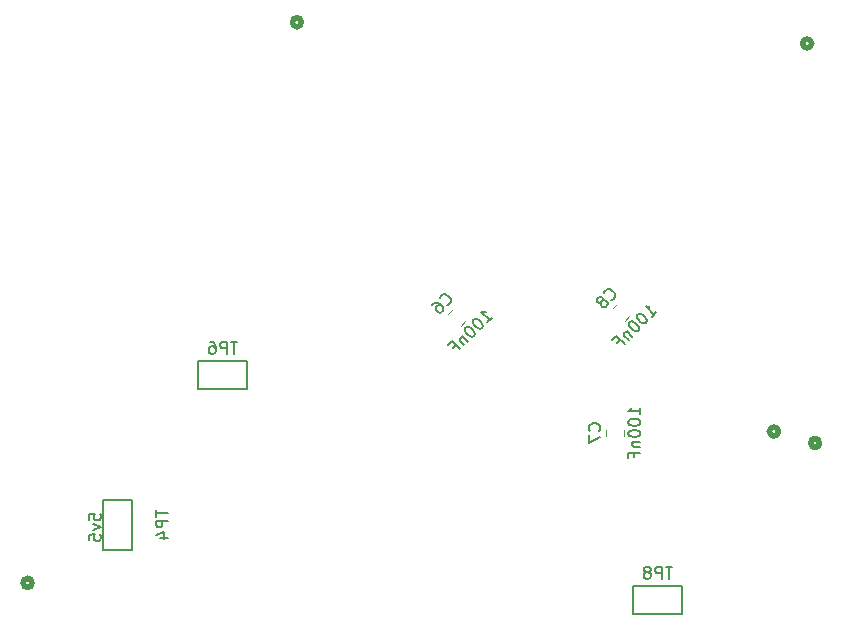
<source format=gbr>
%TF.GenerationSoftware,KiCad,Pcbnew,8.0.8-8.0.8-0~ubuntu24.04.1*%
%TF.CreationDate,2025-08-07T16:45:34-04:00*%
%TF.ProjectId,mainboard,6d61696e-626f-4617-9264-2e6b69636164,rev?*%
%TF.SameCoordinates,Original*%
%TF.FileFunction,Legend,Bot*%
%TF.FilePolarity,Positive*%
%FSLAX46Y46*%
G04 Gerber Fmt 4.6, Leading zero omitted, Abs format (unit mm)*
G04 Created by KiCad (PCBNEW 8.0.8-8.0.8-0~ubuntu24.04.1) date 2025-08-07 16:45:34*
%MOMM*%
%LPD*%
G01*
G04 APERTURE LIST*
%ADD10C,0.200000*%
%ADD11C,0.150000*%
%ADD12C,0.508000*%
%ADD13C,0.120000*%
G04 APERTURE END LIST*
D10*
X71257219Y-73235863D02*
X71257219Y-72759673D01*
X71257219Y-72759673D02*
X71733409Y-72712054D01*
X71733409Y-72712054D02*
X71685790Y-72759673D01*
X71685790Y-72759673D02*
X71638171Y-72854911D01*
X71638171Y-72854911D02*
X71638171Y-73093006D01*
X71638171Y-73093006D02*
X71685790Y-73188244D01*
X71685790Y-73188244D02*
X71733409Y-73235863D01*
X71733409Y-73235863D02*
X71828647Y-73283482D01*
X71828647Y-73283482D02*
X72066742Y-73283482D01*
X72066742Y-73283482D02*
X72161980Y-73235863D01*
X72161980Y-73235863D02*
X72209600Y-73188244D01*
X72209600Y-73188244D02*
X72257219Y-73093006D01*
X72257219Y-73093006D02*
X72257219Y-72854911D01*
X72257219Y-72854911D02*
X72209600Y-72759673D01*
X72209600Y-72759673D02*
X72161980Y-72712054D01*
X71590552Y-73616816D02*
X72257219Y-73854911D01*
X72257219Y-73854911D02*
X71590552Y-74093006D01*
X71257219Y-74950149D02*
X71257219Y-74473959D01*
X71257219Y-74473959D02*
X71733409Y-74426340D01*
X71733409Y-74426340D02*
X71685790Y-74473959D01*
X71685790Y-74473959D02*
X71638171Y-74569197D01*
X71638171Y-74569197D02*
X71638171Y-74807292D01*
X71638171Y-74807292D02*
X71685790Y-74902530D01*
X71685790Y-74902530D02*
X71733409Y-74950149D01*
X71733409Y-74950149D02*
X71828647Y-74997768D01*
X71828647Y-74997768D02*
X72066742Y-74997768D01*
X72066742Y-74997768D02*
X72161980Y-74950149D01*
X72161980Y-74950149D02*
X72209600Y-74902530D01*
X72209600Y-74902530D02*
X72257219Y-74807292D01*
X72257219Y-74807292D02*
X72257219Y-74569197D01*
X72257219Y-74569197D02*
X72209600Y-74473959D01*
X72209600Y-74473959D02*
X72161980Y-74426340D01*
X120641904Y-77212219D02*
X120070476Y-77212219D01*
X120356190Y-78212219D02*
X120356190Y-77212219D01*
X119737142Y-78212219D02*
X119737142Y-77212219D01*
X119737142Y-77212219D02*
X119356190Y-77212219D01*
X119356190Y-77212219D02*
X119260952Y-77259838D01*
X119260952Y-77259838D02*
X119213333Y-77307457D01*
X119213333Y-77307457D02*
X119165714Y-77402695D01*
X119165714Y-77402695D02*
X119165714Y-77545552D01*
X119165714Y-77545552D02*
X119213333Y-77640790D01*
X119213333Y-77640790D02*
X119260952Y-77688409D01*
X119260952Y-77688409D02*
X119356190Y-77736028D01*
X119356190Y-77736028D02*
X119737142Y-77736028D01*
X118594285Y-77640790D02*
X118689523Y-77593171D01*
X118689523Y-77593171D02*
X118737142Y-77545552D01*
X118737142Y-77545552D02*
X118784761Y-77450314D01*
X118784761Y-77450314D02*
X118784761Y-77402695D01*
X118784761Y-77402695D02*
X118737142Y-77307457D01*
X118737142Y-77307457D02*
X118689523Y-77259838D01*
X118689523Y-77259838D02*
X118594285Y-77212219D01*
X118594285Y-77212219D02*
X118403809Y-77212219D01*
X118403809Y-77212219D02*
X118308571Y-77259838D01*
X118308571Y-77259838D02*
X118260952Y-77307457D01*
X118260952Y-77307457D02*
X118213333Y-77402695D01*
X118213333Y-77402695D02*
X118213333Y-77450314D01*
X118213333Y-77450314D02*
X118260952Y-77545552D01*
X118260952Y-77545552D02*
X118308571Y-77593171D01*
X118308571Y-77593171D02*
X118403809Y-77640790D01*
X118403809Y-77640790D02*
X118594285Y-77640790D01*
X118594285Y-77640790D02*
X118689523Y-77688409D01*
X118689523Y-77688409D02*
X118737142Y-77736028D01*
X118737142Y-77736028D02*
X118784761Y-77831266D01*
X118784761Y-77831266D02*
X118784761Y-78021742D01*
X118784761Y-78021742D02*
X118737142Y-78116980D01*
X118737142Y-78116980D02*
X118689523Y-78164600D01*
X118689523Y-78164600D02*
X118594285Y-78212219D01*
X118594285Y-78212219D02*
X118403809Y-78212219D01*
X118403809Y-78212219D02*
X118308571Y-78164600D01*
X118308571Y-78164600D02*
X118260952Y-78116980D01*
X118260952Y-78116980D02*
X118213333Y-78021742D01*
X118213333Y-78021742D02*
X118213333Y-77831266D01*
X118213333Y-77831266D02*
X118260952Y-77736028D01*
X118260952Y-77736028D02*
X118308571Y-77688409D01*
X118308571Y-77688409D02*
X118403809Y-77640790D01*
X83811904Y-58162219D02*
X83240476Y-58162219D01*
X83526190Y-59162219D02*
X83526190Y-58162219D01*
X82907142Y-59162219D02*
X82907142Y-58162219D01*
X82907142Y-58162219D02*
X82526190Y-58162219D01*
X82526190Y-58162219D02*
X82430952Y-58209838D01*
X82430952Y-58209838D02*
X82383333Y-58257457D01*
X82383333Y-58257457D02*
X82335714Y-58352695D01*
X82335714Y-58352695D02*
X82335714Y-58495552D01*
X82335714Y-58495552D02*
X82383333Y-58590790D01*
X82383333Y-58590790D02*
X82430952Y-58638409D01*
X82430952Y-58638409D02*
X82526190Y-58686028D01*
X82526190Y-58686028D02*
X82907142Y-58686028D01*
X81478571Y-58162219D02*
X81669047Y-58162219D01*
X81669047Y-58162219D02*
X81764285Y-58209838D01*
X81764285Y-58209838D02*
X81811904Y-58257457D01*
X81811904Y-58257457D02*
X81907142Y-58400314D01*
X81907142Y-58400314D02*
X81954761Y-58590790D01*
X81954761Y-58590790D02*
X81954761Y-58971742D01*
X81954761Y-58971742D02*
X81907142Y-59066980D01*
X81907142Y-59066980D02*
X81859523Y-59114600D01*
X81859523Y-59114600D02*
X81764285Y-59162219D01*
X81764285Y-59162219D02*
X81573809Y-59162219D01*
X81573809Y-59162219D02*
X81478571Y-59114600D01*
X81478571Y-59114600D02*
X81430952Y-59066980D01*
X81430952Y-59066980D02*
X81383333Y-58971742D01*
X81383333Y-58971742D02*
X81383333Y-58733647D01*
X81383333Y-58733647D02*
X81430952Y-58638409D01*
X81430952Y-58638409D02*
X81478571Y-58590790D01*
X81478571Y-58590790D02*
X81573809Y-58543171D01*
X81573809Y-58543171D02*
X81764285Y-58543171D01*
X81764285Y-58543171D02*
X81859523Y-58590790D01*
X81859523Y-58590790D02*
X81907142Y-58638409D01*
X81907142Y-58638409D02*
X81954761Y-58733647D01*
X76922219Y-72398095D02*
X76922219Y-72969523D01*
X77922219Y-72683809D02*
X76922219Y-72683809D01*
X77922219Y-73302857D02*
X76922219Y-73302857D01*
X76922219Y-73302857D02*
X76922219Y-73683809D01*
X76922219Y-73683809D02*
X76969838Y-73779047D01*
X76969838Y-73779047D02*
X77017457Y-73826666D01*
X77017457Y-73826666D02*
X77112695Y-73874285D01*
X77112695Y-73874285D02*
X77255552Y-73874285D01*
X77255552Y-73874285D02*
X77350790Y-73826666D01*
X77350790Y-73826666D02*
X77398409Y-73779047D01*
X77398409Y-73779047D02*
X77446028Y-73683809D01*
X77446028Y-73683809D02*
X77446028Y-73302857D01*
X77255552Y-74731428D02*
X77922219Y-74731428D01*
X76874600Y-74493333D02*
X77588885Y-74255238D01*
X77588885Y-74255238D02*
X77588885Y-74874285D01*
X115457335Y-54596633D02*
X115524678Y-54596633D01*
X115524678Y-54596633D02*
X115659365Y-54529290D01*
X115659365Y-54529290D02*
X115726709Y-54461946D01*
X115726709Y-54461946D02*
X115794052Y-54327259D01*
X115794052Y-54327259D02*
X115794052Y-54192572D01*
X115794052Y-54192572D02*
X115760381Y-54091557D01*
X115760381Y-54091557D02*
X115659365Y-53923198D01*
X115659365Y-53923198D02*
X115558350Y-53822183D01*
X115558350Y-53822183D02*
X115389991Y-53721168D01*
X115389991Y-53721168D02*
X115288976Y-53687496D01*
X115288976Y-53687496D02*
X115154289Y-53687496D01*
X115154289Y-53687496D02*
X115019602Y-53754840D01*
X115019602Y-53754840D02*
X114952259Y-53822183D01*
X114952259Y-53822183D02*
X114884915Y-53956870D01*
X114884915Y-53956870D02*
X114884915Y-54024214D01*
X114716556Y-54663977D02*
X114750228Y-54562962D01*
X114750228Y-54562962D02*
X114750228Y-54495618D01*
X114750228Y-54495618D02*
X114716556Y-54394603D01*
X114716556Y-54394603D02*
X114682885Y-54360931D01*
X114682885Y-54360931D02*
X114581869Y-54327259D01*
X114581869Y-54327259D02*
X114514526Y-54327259D01*
X114514526Y-54327259D02*
X114413511Y-54360931D01*
X114413511Y-54360931D02*
X114278824Y-54495618D01*
X114278824Y-54495618D02*
X114245152Y-54596633D01*
X114245152Y-54596633D02*
X114245152Y-54663977D01*
X114245152Y-54663977D02*
X114278824Y-54764992D01*
X114278824Y-54764992D02*
X114312495Y-54798664D01*
X114312495Y-54798664D02*
X114413511Y-54832336D01*
X114413511Y-54832336D02*
X114480854Y-54832336D01*
X114480854Y-54832336D02*
X114581869Y-54798664D01*
X114581869Y-54798664D02*
X114716556Y-54663977D01*
X114716556Y-54663977D02*
X114817572Y-54630305D01*
X114817572Y-54630305D02*
X114884915Y-54630305D01*
X114884915Y-54630305D02*
X114985930Y-54663977D01*
X114985930Y-54663977D02*
X115120617Y-54798664D01*
X115120617Y-54798664D02*
X115154289Y-54899679D01*
X115154289Y-54899679D02*
X115154289Y-54967023D01*
X115154289Y-54967023D02*
X115120617Y-55068038D01*
X115120617Y-55068038D02*
X114985930Y-55202725D01*
X114985930Y-55202725D02*
X114884915Y-55236397D01*
X114884915Y-55236397D02*
X114817572Y-55236397D01*
X114817572Y-55236397D02*
X114716556Y-55202725D01*
X114716556Y-55202725D02*
X114581869Y-55068038D01*
X114581869Y-55068038D02*
X114548198Y-54967023D01*
X114548198Y-54967023D02*
X114548198Y-54899679D01*
X114548198Y-54899679D02*
X114581869Y-54798664D01*
X118877038Y-56063374D02*
X119281099Y-55659313D01*
X119079068Y-55861343D02*
X118371961Y-55154236D01*
X118371961Y-55154236D02*
X118540320Y-55187908D01*
X118540320Y-55187908D02*
X118675007Y-55187908D01*
X118675007Y-55187908D02*
X118776022Y-55154236D01*
X117732198Y-55794000D02*
X117664855Y-55861343D01*
X117664855Y-55861343D02*
X117631183Y-55962358D01*
X117631183Y-55962358D02*
X117631183Y-56029702D01*
X117631183Y-56029702D02*
X117664855Y-56130717D01*
X117664855Y-56130717D02*
X117765870Y-56299076D01*
X117765870Y-56299076D02*
X117934229Y-56467435D01*
X117934229Y-56467435D02*
X118102587Y-56568450D01*
X118102587Y-56568450D02*
X118203603Y-56602122D01*
X118203603Y-56602122D02*
X118270946Y-56602122D01*
X118270946Y-56602122D02*
X118371961Y-56568450D01*
X118371961Y-56568450D02*
X118439305Y-56501106D01*
X118439305Y-56501106D02*
X118472977Y-56400091D01*
X118472977Y-56400091D02*
X118472977Y-56332748D01*
X118472977Y-56332748D02*
X118439305Y-56231732D01*
X118439305Y-56231732D02*
X118338290Y-56063374D01*
X118338290Y-56063374D02*
X118169931Y-55895015D01*
X118169931Y-55895015D02*
X118001572Y-55794000D01*
X118001572Y-55794000D02*
X117900557Y-55760328D01*
X117900557Y-55760328D02*
X117833213Y-55760328D01*
X117833213Y-55760328D02*
X117732198Y-55794000D01*
X117058763Y-56467435D02*
X116991420Y-56534778D01*
X116991420Y-56534778D02*
X116957748Y-56635793D01*
X116957748Y-56635793D02*
X116957748Y-56703137D01*
X116957748Y-56703137D02*
X116991420Y-56804152D01*
X116991420Y-56804152D02*
X117092435Y-56972511D01*
X117092435Y-56972511D02*
X117260794Y-57140870D01*
X117260794Y-57140870D02*
X117429152Y-57241885D01*
X117429152Y-57241885D02*
X117530168Y-57275557D01*
X117530168Y-57275557D02*
X117597511Y-57275557D01*
X117597511Y-57275557D02*
X117698526Y-57241885D01*
X117698526Y-57241885D02*
X117765870Y-57174541D01*
X117765870Y-57174541D02*
X117799542Y-57073526D01*
X117799542Y-57073526D02*
X117799542Y-57006183D01*
X117799542Y-57006183D02*
X117765870Y-56905167D01*
X117765870Y-56905167D02*
X117664855Y-56736809D01*
X117664855Y-56736809D02*
X117496496Y-56568450D01*
X117496496Y-56568450D02*
X117328137Y-56467435D01*
X117328137Y-56467435D02*
X117227122Y-56433763D01*
X117227122Y-56433763D02*
X117159778Y-56433763D01*
X117159778Y-56433763D02*
X117058763Y-56467435D01*
X116755717Y-57241885D02*
X117227122Y-57713290D01*
X116823061Y-57309229D02*
X116755717Y-57309229D01*
X116755717Y-57309229D02*
X116654702Y-57342900D01*
X116654702Y-57342900D02*
X116553687Y-57443916D01*
X116553687Y-57443916D02*
X116520015Y-57544931D01*
X116520015Y-57544931D02*
X116553687Y-57645946D01*
X116553687Y-57645946D02*
X116924076Y-58016335D01*
X115981267Y-58218366D02*
X116216969Y-57982664D01*
X116587358Y-58353053D02*
X115880252Y-57645946D01*
X115880252Y-57645946D02*
X115543534Y-57982664D01*
X101557335Y-55046633D02*
X101624678Y-55046633D01*
X101624678Y-55046633D02*
X101759365Y-54979290D01*
X101759365Y-54979290D02*
X101826709Y-54911946D01*
X101826709Y-54911946D02*
X101894052Y-54777259D01*
X101894052Y-54777259D02*
X101894052Y-54642572D01*
X101894052Y-54642572D02*
X101860381Y-54541557D01*
X101860381Y-54541557D02*
X101759365Y-54373198D01*
X101759365Y-54373198D02*
X101658350Y-54272183D01*
X101658350Y-54272183D02*
X101489991Y-54171168D01*
X101489991Y-54171168D02*
X101388976Y-54137496D01*
X101388976Y-54137496D02*
X101254289Y-54137496D01*
X101254289Y-54137496D02*
X101119602Y-54204840D01*
X101119602Y-54204840D02*
X101052259Y-54272183D01*
X101052259Y-54272183D02*
X100984915Y-54406870D01*
X100984915Y-54406870D02*
X100984915Y-54474214D01*
X100311480Y-55012962D02*
X100446167Y-54878275D01*
X100446167Y-54878275D02*
X100547182Y-54844603D01*
X100547182Y-54844603D02*
X100614526Y-54844603D01*
X100614526Y-54844603D02*
X100782885Y-54878275D01*
X100782885Y-54878275D02*
X100951243Y-54979290D01*
X100951243Y-54979290D02*
X101220617Y-55248664D01*
X101220617Y-55248664D02*
X101254289Y-55349679D01*
X101254289Y-55349679D02*
X101254289Y-55417023D01*
X101254289Y-55417023D02*
X101220617Y-55518038D01*
X101220617Y-55518038D02*
X101085930Y-55652725D01*
X101085930Y-55652725D02*
X100984915Y-55686397D01*
X100984915Y-55686397D02*
X100917572Y-55686397D01*
X100917572Y-55686397D02*
X100816556Y-55652725D01*
X100816556Y-55652725D02*
X100648198Y-55484366D01*
X100648198Y-55484366D02*
X100614526Y-55383351D01*
X100614526Y-55383351D02*
X100614526Y-55316007D01*
X100614526Y-55316007D02*
X100648198Y-55214992D01*
X100648198Y-55214992D02*
X100782885Y-55080305D01*
X100782885Y-55080305D02*
X100883900Y-55046633D01*
X100883900Y-55046633D02*
X100951243Y-55046633D01*
X100951243Y-55046633D02*
X101052259Y-55080305D01*
X104977038Y-56513374D02*
X105381099Y-56109313D01*
X105179068Y-56311343D02*
X104471961Y-55604236D01*
X104471961Y-55604236D02*
X104640320Y-55637908D01*
X104640320Y-55637908D02*
X104775007Y-55637908D01*
X104775007Y-55637908D02*
X104876022Y-55604236D01*
X103832198Y-56244000D02*
X103764855Y-56311343D01*
X103764855Y-56311343D02*
X103731183Y-56412358D01*
X103731183Y-56412358D02*
X103731183Y-56479702D01*
X103731183Y-56479702D02*
X103764855Y-56580717D01*
X103764855Y-56580717D02*
X103865870Y-56749076D01*
X103865870Y-56749076D02*
X104034229Y-56917435D01*
X104034229Y-56917435D02*
X104202587Y-57018450D01*
X104202587Y-57018450D02*
X104303603Y-57052122D01*
X104303603Y-57052122D02*
X104370946Y-57052122D01*
X104370946Y-57052122D02*
X104471961Y-57018450D01*
X104471961Y-57018450D02*
X104539305Y-56951106D01*
X104539305Y-56951106D02*
X104572977Y-56850091D01*
X104572977Y-56850091D02*
X104572977Y-56782748D01*
X104572977Y-56782748D02*
X104539305Y-56681732D01*
X104539305Y-56681732D02*
X104438290Y-56513374D01*
X104438290Y-56513374D02*
X104269931Y-56345015D01*
X104269931Y-56345015D02*
X104101572Y-56244000D01*
X104101572Y-56244000D02*
X104000557Y-56210328D01*
X104000557Y-56210328D02*
X103933213Y-56210328D01*
X103933213Y-56210328D02*
X103832198Y-56244000D01*
X103158763Y-56917435D02*
X103091420Y-56984778D01*
X103091420Y-56984778D02*
X103057748Y-57085793D01*
X103057748Y-57085793D02*
X103057748Y-57153137D01*
X103057748Y-57153137D02*
X103091420Y-57254152D01*
X103091420Y-57254152D02*
X103192435Y-57422511D01*
X103192435Y-57422511D02*
X103360794Y-57590870D01*
X103360794Y-57590870D02*
X103529152Y-57691885D01*
X103529152Y-57691885D02*
X103630168Y-57725557D01*
X103630168Y-57725557D02*
X103697511Y-57725557D01*
X103697511Y-57725557D02*
X103798526Y-57691885D01*
X103798526Y-57691885D02*
X103865870Y-57624541D01*
X103865870Y-57624541D02*
X103899542Y-57523526D01*
X103899542Y-57523526D02*
X103899542Y-57456183D01*
X103899542Y-57456183D02*
X103865870Y-57355167D01*
X103865870Y-57355167D02*
X103764855Y-57186809D01*
X103764855Y-57186809D02*
X103596496Y-57018450D01*
X103596496Y-57018450D02*
X103428137Y-56917435D01*
X103428137Y-56917435D02*
X103327122Y-56883763D01*
X103327122Y-56883763D02*
X103259778Y-56883763D01*
X103259778Y-56883763D02*
X103158763Y-56917435D01*
X102855717Y-57691885D02*
X103327122Y-58163290D01*
X102923061Y-57759229D02*
X102855717Y-57759229D01*
X102855717Y-57759229D02*
X102754702Y-57792900D01*
X102754702Y-57792900D02*
X102653687Y-57893916D01*
X102653687Y-57893916D02*
X102620015Y-57994931D01*
X102620015Y-57994931D02*
X102653687Y-58095946D01*
X102653687Y-58095946D02*
X103024076Y-58466335D01*
X102081267Y-58668366D02*
X102316969Y-58432664D01*
X102687358Y-58803053D02*
X101980252Y-58095946D01*
X101980252Y-58095946D02*
X101643534Y-58432664D01*
X114451981Y-65683332D02*
X114499601Y-65635713D01*
X114499601Y-65635713D02*
X114547220Y-65492856D01*
X114547220Y-65492856D02*
X114547220Y-65397618D01*
X114547220Y-65397618D02*
X114499601Y-65254761D01*
X114499601Y-65254761D02*
X114404362Y-65159523D01*
X114404362Y-65159523D02*
X114309124Y-65111904D01*
X114309124Y-65111904D02*
X114118648Y-65064285D01*
X114118648Y-65064285D02*
X113975791Y-65064285D01*
X113975791Y-65064285D02*
X113785315Y-65111904D01*
X113785315Y-65111904D02*
X113690077Y-65159523D01*
X113690077Y-65159523D02*
X113594839Y-65254761D01*
X113594839Y-65254761D02*
X113547220Y-65397618D01*
X113547220Y-65397618D02*
X113547220Y-65492856D01*
X113547220Y-65492856D02*
X113594839Y-65635713D01*
X113594839Y-65635713D02*
X113642458Y-65683332D01*
X113547220Y-66016666D02*
X113547220Y-66683332D01*
X113547220Y-66683332D02*
X114547220Y-66254761D01*
X117907218Y-64302379D02*
X117907218Y-63730951D01*
X117907218Y-64016665D02*
X116907218Y-64016665D01*
X116907218Y-64016665D02*
X117050075Y-63921427D01*
X117050075Y-63921427D02*
X117145313Y-63826189D01*
X117145313Y-63826189D02*
X117192932Y-63730951D01*
X116907218Y-64921427D02*
X116907218Y-65016665D01*
X116907218Y-65016665D02*
X116954837Y-65111903D01*
X116954837Y-65111903D02*
X117002456Y-65159522D01*
X117002456Y-65159522D02*
X117097694Y-65207141D01*
X117097694Y-65207141D02*
X117288170Y-65254760D01*
X117288170Y-65254760D02*
X117526265Y-65254760D01*
X117526265Y-65254760D02*
X117716741Y-65207141D01*
X117716741Y-65207141D02*
X117811979Y-65159522D01*
X117811979Y-65159522D02*
X117859599Y-65111903D01*
X117859599Y-65111903D02*
X117907218Y-65016665D01*
X117907218Y-65016665D02*
X117907218Y-64921427D01*
X117907218Y-64921427D02*
X117859599Y-64826189D01*
X117859599Y-64826189D02*
X117811979Y-64778570D01*
X117811979Y-64778570D02*
X117716741Y-64730951D01*
X117716741Y-64730951D02*
X117526265Y-64683332D01*
X117526265Y-64683332D02*
X117288170Y-64683332D01*
X117288170Y-64683332D02*
X117097694Y-64730951D01*
X117097694Y-64730951D02*
X117002456Y-64778570D01*
X117002456Y-64778570D02*
X116954837Y-64826189D01*
X116954837Y-64826189D02*
X116907218Y-64921427D01*
X116907218Y-65873808D02*
X116907218Y-65969046D01*
X116907218Y-65969046D02*
X116954837Y-66064284D01*
X116954837Y-66064284D02*
X117002456Y-66111903D01*
X117002456Y-66111903D02*
X117097694Y-66159522D01*
X117097694Y-66159522D02*
X117288170Y-66207141D01*
X117288170Y-66207141D02*
X117526265Y-66207141D01*
X117526265Y-66207141D02*
X117716741Y-66159522D01*
X117716741Y-66159522D02*
X117811979Y-66111903D01*
X117811979Y-66111903D02*
X117859599Y-66064284D01*
X117859599Y-66064284D02*
X117907218Y-65969046D01*
X117907218Y-65969046D02*
X117907218Y-65873808D01*
X117907218Y-65873808D02*
X117859599Y-65778570D01*
X117859599Y-65778570D02*
X117811979Y-65730951D01*
X117811979Y-65730951D02*
X117716741Y-65683332D01*
X117716741Y-65683332D02*
X117526265Y-65635713D01*
X117526265Y-65635713D02*
X117288170Y-65635713D01*
X117288170Y-65635713D02*
X117097694Y-65683332D01*
X117097694Y-65683332D02*
X117002456Y-65730951D01*
X117002456Y-65730951D02*
X116954837Y-65778570D01*
X116954837Y-65778570D02*
X116907218Y-65873808D01*
X117240551Y-66635713D02*
X117907218Y-66635713D01*
X117335789Y-66635713D02*
X117288170Y-66683332D01*
X117288170Y-66683332D02*
X117240551Y-66778570D01*
X117240551Y-66778570D02*
X117240551Y-66921427D01*
X117240551Y-66921427D02*
X117288170Y-67016665D01*
X117288170Y-67016665D02*
X117383408Y-67064284D01*
X117383408Y-67064284D02*
X117907218Y-67064284D01*
X117383408Y-67873808D02*
X117383408Y-67540475D01*
X117907218Y-67540475D02*
X116907218Y-67540475D01*
X116907218Y-67540475D02*
X116907218Y-68016665D01*
D11*
%TO.C,TP8*%
X117280000Y-78810000D02*
X121480000Y-78810000D01*
X121480000Y-78810000D02*
X121480000Y-81210000D01*
X117280000Y-81210000D02*
X117280000Y-78810000D01*
X121480000Y-81210000D02*
X117280000Y-81210000D01*
%TO.C,TP6*%
X80450000Y-59760000D02*
X84650000Y-59760000D01*
X84650000Y-59760000D02*
X84650000Y-62160000D01*
X80450000Y-62160000D02*
X80450000Y-59760000D01*
X84650000Y-62160000D02*
X80450000Y-62160000D01*
%TO.C,TP4*%
X72460000Y-75760000D02*
X72460000Y-71560000D01*
X72460000Y-71560000D02*
X74860000Y-71560000D01*
X74860000Y-75760000D02*
X72460000Y-75760000D01*
X74860000Y-71560000D02*
X74860000Y-75760000D01*
D12*
%TO.C,U1*%
X129616000Y-65755001D02*
G75*
G02*
X128854000Y-65755001I-381000J0D01*
G01*
X128854000Y-65755001D02*
G75*
G02*
X129616000Y-65755001I381000J0D01*
G01*
%TO.C,J5*%
X132421800Y-32900000D02*
G75*
G02*
X131659800Y-32900000I-381000J0D01*
G01*
X131659800Y-32900000D02*
G75*
G02*
X132421800Y-32900000I381000J0D01*
G01*
%TO.C,J1*%
X89224100Y-31098306D02*
G75*
G02*
X88462100Y-31098306I-381000J0D01*
G01*
X88462100Y-31098306D02*
G75*
G02*
X89224100Y-31098306I381000J0D01*
G01*
%TO.C,SW2*%
X133095999Y-66718501D02*
G75*
G02*
X132334001Y-66718501I-380999J0D01*
G01*
X132334001Y-66718501D02*
G75*
G02*
X133095999Y-66718501I380999J0D01*
G01*
%TO.C,J4*%
X66420999Y-78569499D02*
G75*
G02*
X65659001Y-78569499I-380999J0D01*
G01*
X65659001Y-78569499D02*
G75*
G02*
X66420999Y-78569499I380999J0D01*
G01*
D13*
%TO.C,C8*%
X115570543Y-55315010D02*
X115940010Y-54945543D01*
X116609990Y-56354457D02*
X116979457Y-55984990D01*
%TO.C,C6*%
X101670543Y-55765010D02*
X102040010Y-55395543D01*
X102709990Y-56804457D02*
X103079457Y-56434990D01*
%TO.C,C7*%
X115040000Y-66111252D02*
X115040000Y-65588746D01*
X116510000Y-66111252D02*
X116510000Y-65588746D01*
%TD*%
M02*

</source>
